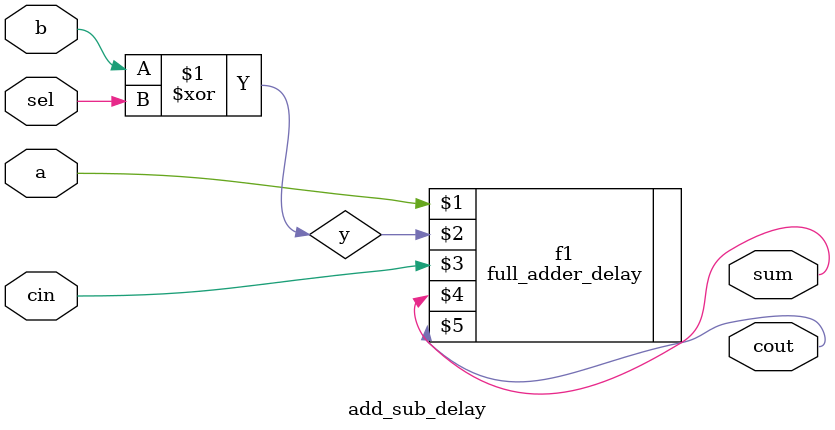
<source format=v>
`timescale 1ns / 1ps
module add_sub_delay(
   input a ,
	input b ,
	input cin ,
	input sel ,
	output sum ,
	output cout
);
	 wire y;
    xor #(10) x1(y, b, sel);
	 full_adder_delay f1(a,y,cin,sum,cout);
   
endmodule
	
</source>
